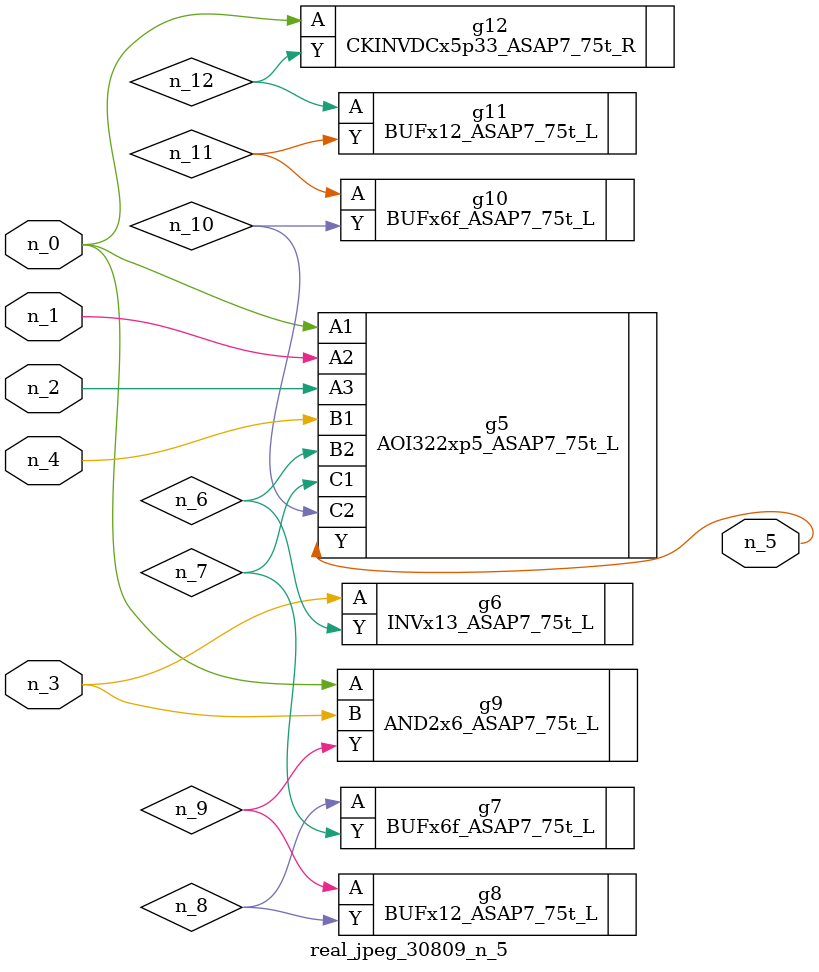
<source format=v>
module real_jpeg_30809_n_5 (n_4, n_0, n_1, n_2, n_3, n_5);

input n_4;
input n_0;
input n_1;
input n_2;
input n_3;

output n_5;

wire n_12;
wire n_8;
wire n_11;
wire n_6;
wire n_7;
wire n_10;
wire n_9;

AOI322xp5_ASAP7_75t_L g5 ( 
.A1(n_0),
.A2(n_1),
.A3(n_2),
.B1(n_4),
.B2(n_6),
.C1(n_7),
.C2(n_10),
.Y(n_5)
);

AND2x6_ASAP7_75t_L g9 ( 
.A(n_0),
.B(n_3),
.Y(n_9)
);

CKINVDCx5p33_ASAP7_75t_R g12 ( 
.A(n_0),
.Y(n_12)
);

INVx13_ASAP7_75t_L g6 ( 
.A(n_3),
.Y(n_6)
);

BUFx6f_ASAP7_75t_L g7 ( 
.A(n_8),
.Y(n_7)
);

BUFx12_ASAP7_75t_L g8 ( 
.A(n_9),
.Y(n_8)
);

BUFx6f_ASAP7_75t_L g10 ( 
.A(n_11),
.Y(n_10)
);

BUFx12_ASAP7_75t_L g11 ( 
.A(n_12),
.Y(n_11)
);


endmodule
</source>
